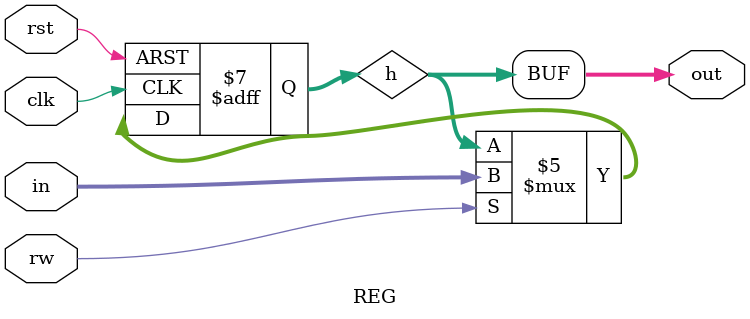
<source format=v>
module REG(rw, in, out, clk, rst);

//RW: Read on 0, Write on 1
//CLK / RST: input from the REGFILE
//IN: input from the REGFILE
//OUT: output to the REGFILE
input rw, clk, rst;
input [31:0]in;

output [31:0]out;

//H for Hold
reg [31:0]h;

/*On Reset signal, clear the register. On Write signal,
write the value of IN to H. Otherwise, loop H back into
itself.
*/
always @(posedge clk or negedge rst)
begin
	if(rst == 1'd0)
		h <= 32'd0;
	else begin
		if(rw == 1'd1)
			h <= in;
		else
			h <= h;
	end
end

//Always output H.
assign out = h;

endmodule
</source>
